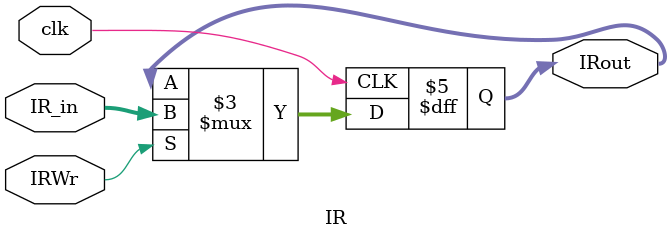
<source format=v>
module IR(input clk,input IRWr,input [31:0] IR_in,output reg [31:0] IRout);//,output reg [4:0] IRreg1,output reg [4:0] IRreg2,output reg [4:0] IRreg3,output reg [5:0] IR_ALUfunc);
    always@(posedge clk) begin
        #2 
        if(IRWr)begin
            IRout=IR_in;
            //IRreg1=IR_in[25:21];
            //IRreg2=IR_in[20:16];
            //IRreg3=IR_in[15:11];
            //IR_ALUfunc=IR_in[5:0];
        end
    end
endmodule
</source>
